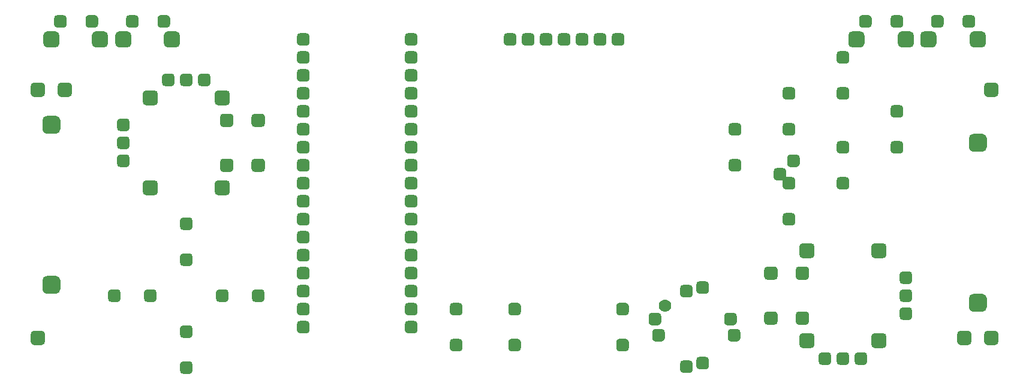
<source format=gbr>
%TF.GenerationSoftware,KiCad,Pcbnew,(5.1.9)-1*%
%TF.CreationDate,2021-08-06T18:06:19-04:00*%
%TF.ProjectId,MK2_1,4d4b325f-312e-46b6-9963-61645f706362,1*%
%TF.SameCoordinates,Original*%
%TF.FileFunction,Soldermask,Bot*%
%TF.FilePolarity,Negative*%
%FSLAX45Y45*%
G04 Gerber Fmt 4.5, Leading zero omitted, Abs format (unit mm)*
G04 Created by KiCad (PCBNEW (5.1.9)-1) date 2021-08-06 18:06:19*
%MOMM*%
%LPD*%
G01*
G04 APERTURE LIST*
%ADD10C,1.778000*%
G04 APERTURE END LIST*
%TO.C,G0*%
G36*
G01*
X17653000Y-4191000D02*
X17653000Y-4318000D01*
G75*
G02*
X17589500Y-4381500I-63500J0D01*
G01*
X17462500Y-4381500D01*
G75*
G02*
X17399000Y-4318000I0J63500D01*
G01*
X17399000Y-4191000D01*
G75*
G02*
X17462500Y-4127500I63500J0D01*
G01*
X17589500Y-4127500D01*
G75*
G02*
X17653000Y-4191000I0J-63500D01*
G01*
G37*
%TD*%
%TO.C,G0*%
G36*
G01*
X17653000Y-6451600D02*
X17653000Y-6578600D01*
G75*
G02*
X17589500Y-6642100I-63500J0D01*
G01*
X17462500Y-6642100D01*
G75*
G02*
X17399000Y-6578600I0J63500D01*
G01*
X17399000Y-6451600D01*
G75*
G02*
X17462500Y-6388100I63500J0D01*
G01*
X17589500Y-6388100D01*
G75*
G02*
X17653000Y-6451600I0J-63500D01*
G01*
G37*
%TD*%
%TO.C,P0*%
G36*
G01*
X17818100Y-3454400D02*
X17818100Y-3556000D01*
G75*
G02*
X17767300Y-3606800I-50800J0D01*
G01*
X17665700Y-3606800D01*
G75*
G02*
X17614900Y-3556000I0J50800D01*
G01*
X17614900Y-3454400D01*
G75*
G02*
X17665700Y-3403600I50800J0D01*
G01*
X17767300Y-3403600D01*
G75*
G02*
X17818100Y-3454400I0J-50800D01*
G01*
G37*
%TD*%
%TO.C,P0*%
G36*
G01*
X17437100Y-6959600D02*
X17437100Y-7061200D01*
G75*
G02*
X17386300Y-7112000I-50800J0D01*
G01*
X17284700Y-7112000D01*
G75*
G02*
X17233900Y-7061200I0J50800D01*
G01*
X17233900Y-6959600D01*
G75*
G02*
X17284700Y-6908800I50800J0D01*
G01*
X17386300Y-6908800D01*
G75*
G02*
X17437100Y-6959600I0J-50800D01*
G01*
G37*
%TD*%
%TO.C,P0*%
G36*
G01*
X17665700Y-6908800D02*
X17767300Y-6908800D01*
G75*
G02*
X17818100Y-6959600I0J-50800D01*
G01*
X17818100Y-7061200D01*
G75*
G02*
X17767300Y-7112000I-50800J0D01*
G01*
X17665700Y-7112000D01*
G75*
G02*
X17614900Y-7061200I0J50800D01*
G01*
X17614900Y-6959600D01*
G75*
G02*
X17665700Y-6908800I50800J0D01*
G01*
G37*
%TD*%
%TO.C,G0*%
G36*
G01*
X4318000Y-4064000D02*
X4318000Y-3937000D01*
G75*
G02*
X4381500Y-3873500I63500J0D01*
G01*
X4508500Y-3873500D01*
G75*
G02*
X4572000Y-3937000I0J-63500D01*
G01*
X4572000Y-4064000D01*
G75*
G02*
X4508500Y-4127500I-63500J0D01*
G01*
X4381500Y-4127500D01*
G75*
G02*
X4318000Y-4064000I0J63500D01*
G01*
G37*
%TD*%
%TO.C,G0*%
G36*
G01*
X4318000Y-6324600D02*
X4318000Y-6197600D01*
G75*
G02*
X4381500Y-6134100I63500J0D01*
G01*
X4508500Y-6134100D01*
G75*
G02*
X4572000Y-6197600I0J-63500D01*
G01*
X4572000Y-6324600D01*
G75*
G02*
X4508500Y-6388100I-63500J0D01*
G01*
X4381500Y-6388100D01*
G75*
G02*
X4318000Y-6324600I0J63500D01*
G01*
G37*
%TD*%
%TO.C,B0*%
G36*
G01*
X6261100Y-5949950D02*
X6261100Y-5861050D01*
G75*
G02*
X6305550Y-5816600I44450J0D01*
G01*
X6394450Y-5816600D01*
G75*
G02*
X6438900Y-5861050I0J-44450D01*
G01*
X6438900Y-5949950D01*
G75*
G02*
X6394450Y-5994400I-44450J0D01*
G01*
X6305550Y-5994400D01*
G75*
G02*
X6261100Y-5949950I0J44450D01*
G01*
G37*
G36*
G01*
X6261100Y-5441950D02*
X6261100Y-5353050D01*
G75*
G02*
X6305550Y-5308600I44450J0D01*
G01*
X6394450Y-5308600D01*
G75*
G02*
X6438900Y-5353050I0J-44450D01*
G01*
X6438900Y-5441950D01*
G75*
G02*
X6394450Y-5486400I-44450J0D01*
G01*
X6305550Y-5486400D01*
G75*
G02*
X6261100Y-5441950I0J44450D01*
G01*
G37*
%TD*%
%TO.C,P0*%
G36*
G01*
X14776450Y-4787900D02*
X14687550Y-4787900D01*
G75*
G02*
X14643100Y-4743450I0J44450D01*
G01*
X14643100Y-4654550D01*
G75*
G02*
X14687550Y-4610100I44450J0D01*
G01*
X14776450Y-4610100D01*
G75*
G02*
X14820900Y-4654550I0J-44450D01*
G01*
X14820900Y-4743450D01*
G75*
G02*
X14776450Y-4787900I-44450J0D01*
G01*
G37*
%TD*%
%TO.C,P0*%
G36*
G01*
X14966950Y-4597400D02*
X14878050Y-4597400D01*
G75*
G02*
X14833600Y-4552950I0J44450D01*
G01*
X14833600Y-4464050D01*
G75*
G02*
X14878050Y-4419600I44450J0D01*
G01*
X14966950Y-4419600D01*
G75*
G02*
X15011400Y-4464050I0J-44450D01*
G01*
X15011400Y-4552950D01*
G75*
G02*
X14966950Y-4597400I-44450J0D01*
G01*
G37*
%TD*%
%TO.C,B0*%
G36*
G01*
X12420600Y-6648450D02*
X12420600Y-6559550D01*
G75*
G02*
X12465050Y-6515100I44450J0D01*
G01*
X12553950Y-6515100D01*
G75*
G02*
X12598400Y-6559550I0J-44450D01*
G01*
X12598400Y-6648450D01*
G75*
G02*
X12553950Y-6692900I-44450J0D01*
G01*
X12465050Y-6692900D01*
G75*
G02*
X12420600Y-6648450I0J44450D01*
G01*
G37*
G36*
G01*
X12420600Y-7156450D02*
X12420600Y-7067550D01*
G75*
G02*
X12465050Y-7023100I44450J0D01*
G01*
X12553950Y-7023100D01*
G75*
G02*
X12598400Y-7067550I0J-44450D01*
G01*
X12598400Y-7156450D01*
G75*
G02*
X12553950Y-7200900I-44450J0D01*
G01*
X12465050Y-7200900D01*
G75*
G02*
X12420600Y-7156450I0J44450D01*
G01*
G37*
%TD*%
%TO.C,B0*%
G36*
G01*
X15532100Y-3092450D02*
X15532100Y-3003550D01*
G75*
G02*
X15576550Y-2959100I44450J0D01*
G01*
X15665450Y-2959100D01*
G75*
G02*
X15709900Y-3003550I0J-44450D01*
G01*
X15709900Y-3092450D01*
G75*
G02*
X15665450Y-3136900I-44450J0D01*
G01*
X15576550Y-3136900D01*
G75*
G02*
X15532100Y-3092450I0J44450D01*
G01*
G37*
G36*
G01*
X15532100Y-3600450D02*
X15532100Y-3511550D01*
G75*
G02*
X15576550Y-3467100I44450J0D01*
G01*
X15665450Y-3467100D01*
G75*
G02*
X15709900Y-3511550I0J-44450D01*
G01*
X15709900Y-3600450D01*
G75*
G02*
X15665450Y-3644900I-44450J0D01*
G01*
X15576550Y-3644900D01*
G75*
G02*
X15532100Y-3600450I0J44450D01*
G01*
G37*
%TD*%
%TO.C,B0*%
G36*
G01*
X16294100Y-3854450D02*
X16294100Y-3765550D01*
G75*
G02*
X16338550Y-3721100I44450J0D01*
G01*
X16427450Y-3721100D01*
G75*
G02*
X16471900Y-3765550I0J-44450D01*
G01*
X16471900Y-3854450D01*
G75*
G02*
X16427450Y-3898900I-44450J0D01*
G01*
X16338550Y-3898900D01*
G75*
G02*
X16294100Y-3854450I0J44450D01*
G01*
G37*
G36*
G01*
X16294100Y-4362450D02*
X16294100Y-4273550D01*
G75*
G02*
X16338550Y-4229100I44450J0D01*
G01*
X16427450Y-4229100D01*
G75*
G02*
X16471900Y-4273550I0J-44450D01*
G01*
X16471900Y-4362450D01*
G75*
G02*
X16427450Y-4406900I-44450J0D01*
G01*
X16338550Y-4406900D01*
G75*
G02*
X16294100Y-4362450I0J44450D01*
G01*
G37*
%TD*%
%TO.C,B0*%
G36*
G01*
X15532100Y-4362450D02*
X15532100Y-4273550D01*
G75*
G02*
X15576550Y-4229100I44450J0D01*
G01*
X15665450Y-4229100D01*
G75*
G02*
X15709900Y-4273550I0J-44450D01*
G01*
X15709900Y-4362450D01*
G75*
G02*
X15665450Y-4406900I-44450J0D01*
G01*
X15576550Y-4406900D01*
G75*
G02*
X15532100Y-4362450I0J44450D01*
G01*
G37*
G36*
G01*
X15532100Y-4870450D02*
X15532100Y-4781550D01*
G75*
G02*
X15576550Y-4737100I44450J0D01*
G01*
X15665450Y-4737100D01*
G75*
G02*
X15709900Y-4781550I0J-44450D01*
G01*
X15709900Y-4870450D01*
G75*
G02*
X15665450Y-4914900I-44450J0D01*
G01*
X15576550Y-4914900D01*
G75*
G02*
X15532100Y-4870450I0J44450D01*
G01*
G37*
%TD*%
%TO.C,B0*%
G36*
G01*
X14770100Y-4870450D02*
X14770100Y-4781550D01*
G75*
G02*
X14814550Y-4737100I44450J0D01*
G01*
X14903450Y-4737100D01*
G75*
G02*
X14947900Y-4781550I0J-44450D01*
G01*
X14947900Y-4870450D01*
G75*
G02*
X14903450Y-4914900I-44450J0D01*
G01*
X14814550Y-4914900D01*
G75*
G02*
X14770100Y-4870450I0J44450D01*
G01*
G37*
G36*
G01*
X14770100Y-5378450D02*
X14770100Y-5289550D01*
G75*
G02*
X14814550Y-5245100I44450J0D01*
G01*
X14903450Y-5245100D01*
G75*
G02*
X14947900Y-5289550I0J-44450D01*
G01*
X14947900Y-5378450D01*
G75*
G02*
X14903450Y-5422900I-44450J0D01*
G01*
X14814550Y-5422900D01*
G75*
G02*
X14770100Y-5378450I0J44450D01*
G01*
G37*
%TD*%
%TO.C,B0*%
G36*
G01*
X14770100Y-3600450D02*
X14770100Y-3511550D01*
G75*
G02*
X14814550Y-3467100I44450J0D01*
G01*
X14903450Y-3467100D01*
G75*
G02*
X14947900Y-3511550I0J-44450D01*
G01*
X14947900Y-3600450D01*
G75*
G02*
X14903450Y-3644900I-44450J0D01*
G01*
X14814550Y-3644900D01*
G75*
G02*
X14770100Y-3600450I0J44450D01*
G01*
G37*
G36*
G01*
X14770100Y-4108450D02*
X14770100Y-4019550D01*
G75*
G02*
X14814550Y-3975100I44450J0D01*
G01*
X14903450Y-3975100D01*
G75*
G02*
X14947900Y-4019550I0J-44450D01*
G01*
X14947900Y-4108450D01*
G75*
G02*
X14903450Y-4152900I-44450J0D01*
G01*
X14814550Y-4152900D01*
G75*
G02*
X14770100Y-4108450I0J44450D01*
G01*
G37*
%TD*%
%TO.C,B0*%
G36*
G01*
X14008100Y-4108450D02*
X14008100Y-4019550D01*
G75*
G02*
X14052550Y-3975100I44450J0D01*
G01*
X14141450Y-3975100D01*
G75*
G02*
X14185900Y-4019550I0J-44450D01*
G01*
X14185900Y-4108450D01*
G75*
G02*
X14141450Y-4152900I-44450J0D01*
G01*
X14052550Y-4152900D01*
G75*
G02*
X14008100Y-4108450I0J44450D01*
G01*
G37*
G36*
G01*
X14008100Y-4616450D02*
X14008100Y-4527550D01*
G75*
G02*
X14052550Y-4483100I44450J0D01*
G01*
X14141450Y-4483100D01*
G75*
G02*
X14185900Y-4527550I0J-44450D01*
G01*
X14185900Y-4616450D01*
G75*
G02*
X14141450Y-4660900I-44450J0D01*
G01*
X14052550Y-4660900D01*
G75*
G02*
X14008100Y-4616450I0J44450D01*
G01*
G37*
%TD*%
%TO.C,B0*%
G36*
G01*
X10896600Y-6648450D02*
X10896600Y-6559550D01*
G75*
G02*
X10941050Y-6515100I44450J0D01*
G01*
X11029950Y-6515100D01*
G75*
G02*
X11074400Y-6559550I0J-44450D01*
G01*
X11074400Y-6648450D01*
G75*
G02*
X11029950Y-6692900I-44450J0D01*
G01*
X10941050Y-6692900D01*
G75*
G02*
X10896600Y-6648450I0J44450D01*
G01*
G37*
G36*
G01*
X10896600Y-7156450D02*
X10896600Y-7067550D01*
G75*
G02*
X10941050Y-7023100I44450J0D01*
G01*
X11029950Y-7023100D01*
G75*
G02*
X11074400Y-7067550I0J-44450D01*
G01*
X11074400Y-7156450D01*
G75*
G02*
X11029950Y-7200900I-44450J0D01*
G01*
X10941050Y-7200900D01*
G75*
G02*
X10896600Y-7156450I0J44450D01*
G01*
G37*
%TD*%
%TO.C,B0*%
G36*
G01*
X10071100Y-6648450D02*
X10071100Y-6559550D01*
G75*
G02*
X10115550Y-6515100I44450J0D01*
G01*
X10204450Y-6515100D01*
G75*
G02*
X10248900Y-6559550I0J-44450D01*
G01*
X10248900Y-6648450D01*
G75*
G02*
X10204450Y-6692900I-44450J0D01*
G01*
X10115550Y-6692900D01*
G75*
G02*
X10071100Y-6648450I0J44450D01*
G01*
G37*
G36*
G01*
X10071100Y-7156450D02*
X10071100Y-7067550D01*
G75*
G02*
X10115550Y-7023100I44450J0D01*
G01*
X10204450Y-7023100D01*
G75*
G02*
X10248900Y-7067550I0J-44450D01*
G01*
X10248900Y-7156450D01*
G75*
G02*
X10204450Y-7200900I-44450J0D01*
G01*
X10115550Y-7200900D01*
G75*
G02*
X10071100Y-7156450I0J44450D01*
G01*
G37*
%TD*%
%TO.C,B0*%
G36*
G01*
X6438900Y-7385050D02*
X6438900Y-7473950D01*
G75*
G02*
X6394450Y-7518400I-44450J0D01*
G01*
X6305550Y-7518400D01*
G75*
G02*
X6261100Y-7473950I0J44450D01*
G01*
X6261100Y-7385050D01*
G75*
G02*
X6305550Y-7340600I44450J0D01*
G01*
X6394450Y-7340600D01*
G75*
G02*
X6438900Y-7385050I0J-44450D01*
G01*
G37*
G36*
G01*
X6438900Y-6877050D02*
X6438900Y-6965950D01*
G75*
G02*
X6394450Y-7010400I-44450J0D01*
G01*
X6305550Y-7010400D01*
G75*
G02*
X6261100Y-6965950I0J44450D01*
G01*
X6261100Y-6877050D01*
G75*
G02*
X6305550Y-6832600I44450J0D01*
G01*
X6394450Y-6832600D01*
G75*
G02*
X6438900Y-6877050I0J-44450D01*
G01*
G37*
%TD*%
%TO.C,B0*%
G36*
G01*
X7321550Y-6324600D02*
X7410450Y-6324600D01*
G75*
G02*
X7454900Y-6369050I0J-44450D01*
G01*
X7454900Y-6457950D01*
G75*
G02*
X7410450Y-6502400I-44450J0D01*
G01*
X7321550Y-6502400D01*
G75*
G02*
X7277100Y-6457950I0J44450D01*
G01*
X7277100Y-6369050D01*
G75*
G02*
X7321550Y-6324600I44450J0D01*
G01*
G37*
G36*
G01*
X6813550Y-6324600D02*
X6902450Y-6324600D01*
G75*
G02*
X6946900Y-6369050I0J-44450D01*
G01*
X6946900Y-6457950D01*
G75*
G02*
X6902450Y-6502400I-44450J0D01*
G01*
X6813550Y-6502400D01*
G75*
G02*
X6769100Y-6457950I0J44450D01*
G01*
X6769100Y-6369050D01*
G75*
G02*
X6813550Y-6324600I44450J0D01*
G01*
G37*
%TD*%
%TO.C,B0*%
G36*
G01*
X5378450Y-6502400D02*
X5289550Y-6502400D01*
G75*
G02*
X5245100Y-6457950I0J44450D01*
G01*
X5245100Y-6369050D01*
G75*
G02*
X5289550Y-6324600I44450J0D01*
G01*
X5378450Y-6324600D01*
G75*
G02*
X5422900Y-6369050I0J-44450D01*
G01*
X5422900Y-6457950D01*
G75*
G02*
X5378450Y-6502400I-44450J0D01*
G01*
G37*
G36*
G01*
X5886450Y-6502400D02*
X5797550Y-6502400D01*
G75*
G02*
X5753100Y-6457950I0J44450D01*
G01*
X5753100Y-6369050D01*
G75*
G02*
X5797550Y-6324600I44450J0D01*
G01*
X5886450Y-6324600D01*
G75*
G02*
X5930900Y-6369050I0J-44450D01*
G01*
X5930900Y-6457950D01*
G75*
G02*
X5886450Y-6502400I-44450J0D01*
G01*
G37*
%TD*%
%TO.C,P0*%
G36*
G01*
X13455650Y-7505700D02*
X13366750Y-7505700D01*
G75*
G02*
X13322300Y-7461250I0J44450D01*
G01*
X13322300Y-7372350D01*
G75*
G02*
X13366750Y-7327900I44450J0D01*
G01*
X13455650Y-7327900D01*
G75*
G02*
X13500100Y-7372350I0J-44450D01*
G01*
X13500100Y-7461250D01*
G75*
G02*
X13455650Y-7505700I-44450J0D01*
G01*
G37*
%TD*%
%TO.C,P0*%
G36*
G01*
X13684250Y-7454900D02*
X13595350Y-7454900D01*
G75*
G02*
X13550900Y-7410450I0J44450D01*
G01*
X13550900Y-7321550D01*
G75*
G02*
X13595350Y-7277100I44450J0D01*
G01*
X13684250Y-7277100D01*
G75*
G02*
X13728700Y-7321550I0J-44450D01*
G01*
X13728700Y-7410450D01*
G75*
G02*
X13684250Y-7454900I-44450J0D01*
G01*
G37*
%TD*%
%TO.C,P0*%
G36*
G01*
X14128750Y-7061200D02*
X14039850Y-7061200D01*
G75*
G02*
X13995400Y-7016750I0J44450D01*
G01*
X13995400Y-6927850D01*
G75*
G02*
X14039850Y-6883400I44450J0D01*
G01*
X14128750Y-6883400D01*
G75*
G02*
X14173200Y-6927850I0J-44450D01*
G01*
X14173200Y-7016750D01*
G75*
G02*
X14128750Y-7061200I-44450J0D01*
G01*
G37*
%TD*%
%TO.C,P0*%
G36*
G01*
X14077950Y-6832600D02*
X13989050Y-6832600D01*
G75*
G02*
X13944600Y-6788150I0J44450D01*
G01*
X13944600Y-6699250D01*
G75*
G02*
X13989050Y-6654800I44450J0D01*
G01*
X14077950Y-6654800D01*
G75*
G02*
X14122400Y-6699250I0J-44450D01*
G01*
X14122400Y-6788150D01*
G75*
G02*
X14077950Y-6832600I-44450J0D01*
G01*
G37*
%TD*%
%TO.C,P0*%
G36*
G01*
X13684250Y-6388100D02*
X13595350Y-6388100D01*
G75*
G02*
X13550900Y-6343650I0J44450D01*
G01*
X13550900Y-6254750D01*
G75*
G02*
X13595350Y-6210300I44450J0D01*
G01*
X13684250Y-6210300D01*
G75*
G02*
X13728700Y-6254750I0J-44450D01*
G01*
X13728700Y-6343650D01*
G75*
G02*
X13684250Y-6388100I-44450J0D01*
G01*
G37*
%TD*%
%TO.C,P0*%
G36*
G01*
X13455650Y-6438900D02*
X13366750Y-6438900D01*
G75*
G02*
X13322300Y-6394450I0J44450D01*
G01*
X13322300Y-6305550D01*
G75*
G02*
X13366750Y-6261100I44450J0D01*
G01*
X13455650Y-6261100D01*
G75*
G02*
X13500100Y-6305550I0J-44450D01*
G01*
X13500100Y-6394450D01*
G75*
G02*
X13455650Y-6438900I-44450J0D01*
G01*
G37*
%TD*%
D10*
%TO.C,P0*%
X13106400Y-6553200D03*
%TD*%
%TO.C,P0*%
G36*
G01*
X13011150Y-6832600D02*
X12922250Y-6832600D01*
G75*
G02*
X12877800Y-6788150I0J44450D01*
G01*
X12877800Y-6699250D01*
G75*
G02*
X12922250Y-6654800I44450J0D01*
G01*
X13011150Y-6654800D01*
G75*
G02*
X13055600Y-6699250I0J-44450D01*
G01*
X13055600Y-6788150D01*
G75*
G02*
X13011150Y-6832600I-44450J0D01*
G01*
G37*
%TD*%
%TO.C,P0*%
G36*
G01*
X13061950Y-7061200D02*
X12973050Y-7061200D01*
G75*
G02*
X12928600Y-7016750I0J44450D01*
G01*
X12928600Y-6927850D01*
G75*
G02*
X12973050Y-6883400I44450J0D01*
G01*
X13061950Y-6883400D01*
G75*
G02*
X13106400Y-6927850I0J-44450D01*
G01*
X13106400Y-7016750D01*
G75*
G02*
X13061950Y-7061200I-44450J0D01*
G01*
G37*
%TD*%
%TO.C,P0*%
G36*
G01*
X14509750Y-6143625D02*
X14509750Y-6048375D01*
G75*
G02*
X14557375Y-6000750I47625J0D01*
G01*
X14652625Y-6000750D01*
G75*
G02*
X14700250Y-6048375I0J-47625D01*
G01*
X14700250Y-6143625D01*
G75*
G02*
X14652625Y-6191250I-47625J0D01*
G01*
X14557375Y-6191250D01*
G75*
G02*
X14509750Y-6143625I0J47625D01*
G01*
G37*
%TD*%
%TO.C,P0*%
G36*
G01*
X14509750Y-6778625D02*
X14509750Y-6683375D01*
G75*
G02*
X14557375Y-6635750I47625J0D01*
G01*
X14652625Y-6635750D01*
G75*
G02*
X14700250Y-6683375I0J-47625D01*
G01*
X14700250Y-6778625D01*
G75*
G02*
X14652625Y-6826250I-47625J0D01*
G01*
X14557375Y-6826250D01*
G75*
G02*
X14509750Y-6778625I0J47625D01*
G01*
G37*
%TD*%
%TO.C,P0*%
G36*
G01*
X14954250Y-6778625D02*
X14954250Y-6683375D01*
G75*
G02*
X15001875Y-6635750I47625J0D01*
G01*
X15097125Y-6635750D01*
G75*
G02*
X15144750Y-6683375I0J-47625D01*
G01*
X15144750Y-6778625D01*
G75*
G02*
X15097125Y-6826250I-47625J0D01*
G01*
X15001875Y-6826250D01*
G75*
G02*
X14954250Y-6778625I0J47625D01*
G01*
G37*
%TD*%
%TO.C,P0*%
G36*
G01*
X14954250Y-6143625D02*
X14954250Y-6048375D01*
G75*
G02*
X15001875Y-6000750I47625J0D01*
G01*
X15097125Y-6000750D01*
G75*
G02*
X15144750Y-6048375I0J-47625D01*
G01*
X15144750Y-6143625D01*
G75*
G02*
X15097125Y-6191250I-47625J0D01*
G01*
X15001875Y-6191250D01*
G75*
G02*
X14954250Y-6143625I0J47625D01*
G01*
G37*
%TD*%
%TO.C,P0*%
G36*
G01*
X6826250Y-3984625D02*
X6826250Y-3889375D01*
G75*
G02*
X6873875Y-3841750I47625J0D01*
G01*
X6969125Y-3841750D01*
G75*
G02*
X7016750Y-3889375I0J-47625D01*
G01*
X7016750Y-3984625D01*
G75*
G02*
X6969125Y-4032250I-47625J0D01*
G01*
X6873875Y-4032250D01*
G75*
G02*
X6826250Y-3984625I0J47625D01*
G01*
G37*
%TD*%
%TO.C,P0*%
G36*
G01*
X6826250Y-4619625D02*
X6826250Y-4524375D01*
G75*
G02*
X6873875Y-4476750I47625J0D01*
G01*
X6969125Y-4476750D01*
G75*
G02*
X7016750Y-4524375I0J-47625D01*
G01*
X7016750Y-4619625D01*
G75*
G02*
X6969125Y-4667250I-47625J0D01*
G01*
X6873875Y-4667250D01*
G75*
G02*
X6826250Y-4619625I0J47625D01*
G01*
G37*
%TD*%
%TO.C,P0*%
G36*
G01*
X7270750Y-4619625D02*
X7270750Y-4524375D01*
G75*
G02*
X7318375Y-4476750I47625J0D01*
G01*
X7413625Y-4476750D01*
G75*
G02*
X7461250Y-4524375I0J-47625D01*
G01*
X7461250Y-4619625D01*
G75*
G02*
X7413625Y-4667250I-47625J0D01*
G01*
X7318375Y-4667250D01*
G75*
G02*
X7270750Y-4619625I0J47625D01*
G01*
G37*
%TD*%
%TO.C,P0*%
G36*
G01*
X7270750Y-3984625D02*
X7270750Y-3889375D01*
G75*
G02*
X7318375Y-3841750I47625J0D01*
G01*
X7413625Y-3841750D01*
G75*
G02*
X7461250Y-3889375I0J-47625D01*
G01*
X7461250Y-3984625D01*
G75*
G02*
X7413625Y-4032250I-47625J0D01*
G01*
X7318375Y-4032250D01*
G75*
G02*
X7270750Y-3984625I0J47625D01*
G01*
G37*
%TD*%
%TO.C,P0*%
G36*
G01*
X12490450Y-2882900D02*
X12401550Y-2882900D01*
G75*
G02*
X12357100Y-2838450I0J44450D01*
G01*
X12357100Y-2749550D01*
G75*
G02*
X12401550Y-2705100I44450J0D01*
G01*
X12490450Y-2705100D01*
G75*
G02*
X12534900Y-2749550I0J-44450D01*
G01*
X12534900Y-2838450D01*
G75*
G02*
X12490450Y-2882900I-44450J0D01*
G01*
G37*
%TD*%
%TO.C,P0*%
G36*
G01*
X12236450Y-2882900D02*
X12147550Y-2882900D01*
G75*
G02*
X12103100Y-2838450I0J44450D01*
G01*
X12103100Y-2749550D01*
G75*
G02*
X12147550Y-2705100I44450J0D01*
G01*
X12236450Y-2705100D01*
G75*
G02*
X12280900Y-2749550I0J-44450D01*
G01*
X12280900Y-2838450D01*
G75*
G02*
X12236450Y-2882900I-44450J0D01*
G01*
G37*
%TD*%
%TO.C,P0*%
G36*
G01*
X11982450Y-2882900D02*
X11893550Y-2882900D01*
G75*
G02*
X11849100Y-2838450I0J44450D01*
G01*
X11849100Y-2749550D01*
G75*
G02*
X11893550Y-2705100I44450J0D01*
G01*
X11982450Y-2705100D01*
G75*
G02*
X12026900Y-2749550I0J-44450D01*
G01*
X12026900Y-2838450D01*
G75*
G02*
X11982450Y-2882900I-44450J0D01*
G01*
G37*
%TD*%
%TO.C,P0*%
G36*
G01*
X11728450Y-2882900D02*
X11639550Y-2882900D01*
G75*
G02*
X11595100Y-2838450I0J44450D01*
G01*
X11595100Y-2749550D01*
G75*
G02*
X11639550Y-2705100I44450J0D01*
G01*
X11728450Y-2705100D01*
G75*
G02*
X11772900Y-2749550I0J-44450D01*
G01*
X11772900Y-2838450D01*
G75*
G02*
X11728450Y-2882900I-44450J0D01*
G01*
G37*
%TD*%
%TO.C,P0*%
G36*
G01*
X11474450Y-2882900D02*
X11385550Y-2882900D01*
G75*
G02*
X11341100Y-2838450I0J44450D01*
G01*
X11341100Y-2749550D01*
G75*
G02*
X11385550Y-2705100I44450J0D01*
G01*
X11474450Y-2705100D01*
G75*
G02*
X11518900Y-2749550I0J-44450D01*
G01*
X11518900Y-2838450D01*
G75*
G02*
X11474450Y-2882900I-44450J0D01*
G01*
G37*
%TD*%
%TO.C,P0*%
G36*
G01*
X11220450Y-2882900D02*
X11131550Y-2882900D01*
G75*
G02*
X11087100Y-2838450I0J44450D01*
G01*
X11087100Y-2749550D01*
G75*
G02*
X11131550Y-2705100I44450J0D01*
G01*
X11220450Y-2705100D01*
G75*
G02*
X11264900Y-2749550I0J-44450D01*
G01*
X11264900Y-2838450D01*
G75*
G02*
X11220450Y-2882900I-44450J0D01*
G01*
G37*
%TD*%
%TO.C,P0*%
G36*
G01*
X10966450Y-2882900D02*
X10877550Y-2882900D01*
G75*
G02*
X10833100Y-2838450I0J44450D01*
G01*
X10833100Y-2749550D01*
G75*
G02*
X10877550Y-2705100I44450J0D01*
G01*
X10966450Y-2705100D01*
G75*
G02*
X11010900Y-2749550I0J-44450D01*
G01*
X11010900Y-2838450D01*
G75*
G02*
X10966450Y-2882900I-44450J0D01*
G01*
G37*
%TD*%
%TO.C,P0*%
G36*
G01*
X4616450Y-2628900D02*
X4527550Y-2628900D01*
G75*
G02*
X4483100Y-2584450I0J44450D01*
G01*
X4483100Y-2495550D01*
G75*
G02*
X4527550Y-2451100I44450J0D01*
G01*
X4616450Y-2451100D01*
G75*
G02*
X4660900Y-2495550I0J-44450D01*
G01*
X4660900Y-2584450D01*
G75*
G02*
X4616450Y-2628900I-44450J0D01*
G01*
G37*
%TD*%
%TO.C,P0*%
G36*
G01*
X5060950Y-2628900D02*
X4972050Y-2628900D01*
G75*
G02*
X4927600Y-2584450I0J44450D01*
G01*
X4927600Y-2495550D01*
G75*
G02*
X4972050Y-2451100I44450J0D01*
G01*
X5060950Y-2451100D01*
G75*
G02*
X5105400Y-2495550I0J-44450D01*
G01*
X5105400Y-2584450D01*
G75*
G02*
X5060950Y-2628900I-44450J0D01*
G01*
G37*
%TD*%
%TO.C,P0*%
G36*
G01*
X5632450Y-2628900D02*
X5543550Y-2628900D01*
G75*
G02*
X5499100Y-2584450I0J44450D01*
G01*
X5499100Y-2495550D01*
G75*
G02*
X5543550Y-2451100I44450J0D01*
G01*
X5632450Y-2451100D01*
G75*
G02*
X5676900Y-2495550I0J-44450D01*
G01*
X5676900Y-2584450D01*
G75*
G02*
X5632450Y-2628900I-44450J0D01*
G01*
G37*
%TD*%
%TO.C,P0*%
G36*
G01*
X6076950Y-2628900D02*
X5988050Y-2628900D01*
G75*
G02*
X5943600Y-2584450I0J44450D01*
G01*
X5943600Y-2495550D01*
G75*
G02*
X5988050Y-2451100I44450J0D01*
G01*
X6076950Y-2451100D01*
G75*
G02*
X6121400Y-2495550I0J-44450D01*
G01*
X6121400Y-2584450D01*
G75*
G02*
X6076950Y-2628900I-44450J0D01*
G01*
G37*
%TD*%
%TO.C,P0*%
G36*
G01*
X17443450Y-2628900D02*
X17354550Y-2628900D01*
G75*
G02*
X17310100Y-2584450I0J44450D01*
G01*
X17310100Y-2495550D01*
G75*
G02*
X17354550Y-2451100I44450J0D01*
G01*
X17443450Y-2451100D01*
G75*
G02*
X17487900Y-2495550I0J-44450D01*
G01*
X17487900Y-2584450D01*
G75*
G02*
X17443450Y-2628900I-44450J0D01*
G01*
G37*
%TD*%
%TO.C,P0*%
G36*
G01*
X16998950Y-2628900D02*
X16910050Y-2628900D01*
G75*
G02*
X16865600Y-2584450I0J44450D01*
G01*
X16865600Y-2495550D01*
G75*
G02*
X16910050Y-2451100I44450J0D01*
G01*
X16998950Y-2451100D01*
G75*
G02*
X17043400Y-2495550I0J-44450D01*
G01*
X17043400Y-2584450D01*
G75*
G02*
X16998950Y-2628900I-44450J0D01*
G01*
G37*
%TD*%
%TO.C,P0*%
G36*
G01*
X16427450Y-2628900D02*
X16338550Y-2628900D01*
G75*
G02*
X16294100Y-2584450I0J44450D01*
G01*
X16294100Y-2495550D01*
G75*
G02*
X16338550Y-2451100I44450J0D01*
G01*
X16427450Y-2451100D01*
G75*
G02*
X16471900Y-2495550I0J-44450D01*
G01*
X16471900Y-2584450D01*
G75*
G02*
X16427450Y-2628900I-44450J0D01*
G01*
G37*
%TD*%
%TO.C,P0*%
G36*
G01*
X15982950Y-2628900D02*
X15894050Y-2628900D01*
G75*
G02*
X15849600Y-2584450I0J44450D01*
G01*
X15849600Y-2495550D01*
G75*
G02*
X15894050Y-2451100I44450J0D01*
G01*
X15982950Y-2451100D01*
G75*
G02*
X16027400Y-2495550I0J-44450D01*
G01*
X16027400Y-2584450D01*
G75*
G02*
X15982950Y-2628900I-44450J0D01*
G01*
G37*
%TD*%
%TO.C,P0*%
G36*
G01*
X15411450Y-7391400D02*
X15322550Y-7391400D01*
G75*
G02*
X15278100Y-7346950I0J44450D01*
G01*
X15278100Y-7258050D01*
G75*
G02*
X15322550Y-7213600I44450J0D01*
G01*
X15411450Y-7213600D01*
G75*
G02*
X15455900Y-7258050I0J-44450D01*
G01*
X15455900Y-7346950D01*
G75*
G02*
X15411450Y-7391400I-44450J0D01*
G01*
G37*
%TD*%
%TO.C,P0*%
G36*
G01*
X15665450Y-7391400D02*
X15576550Y-7391400D01*
G75*
G02*
X15532100Y-7346950I0J44450D01*
G01*
X15532100Y-7258050D01*
G75*
G02*
X15576550Y-7213600I44450J0D01*
G01*
X15665450Y-7213600D01*
G75*
G02*
X15709900Y-7258050I0J-44450D01*
G01*
X15709900Y-7346950D01*
G75*
G02*
X15665450Y-7391400I-44450J0D01*
G01*
G37*
%TD*%
%TO.C,P0*%
G36*
G01*
X15919450Y-7391400D02*
X15830550Y-7391400D01*
G75*
G02*
X15786100Y-7346950I0J44450D01*
G01*
X15786100Y-7258050D01*
G75*
G02*
X15830550Y-7213600I44450J0D01*
G01*
X15919450Y-7213600D01*
G75*
G02*
X15963900Y-7258050I0J-44450D01*
G01*
X15963900Y-7346950D01*
G75*
G02*
X15919450Y-7391400I-44450J0D01*
G01*
G37*
%TD*%
%TO.C,P0*%
G36*
G01*
X16554450Y-6756400D02*
X16465550Y-6756400D01*
G75*
G02*
X16421100Y-6711950I0J44450D01*
G01*
X16421100Y-6623050D01*
G75*
G02*
X16465550Y-6578600I44450J0D01*
G01*
X16554450Y-6578600D01*
G75*
G02*
X16598900Y-6623050I0J-44450D01*
G01*
X16598900Y-6711950D01*
G75*
G02*
X16554450Y-6756400I-44450J0D01*
G01*
G37*
%TD*%
%TO.C,P0*%
G36*
G01*
X16554450Y-6502400D02*
X16465550Y-6502400D01*
G75*
G02*
X16421100Y-6457950I0J44450D01*
G01*
X16421100Y-6369050D01*
G75*
G02*
X16465550Y-6324600I44450J0D01*
G01*
X16554450Y-6324600D01*
G75*
G02*
X16598900Y-6369050I0J-44450D01*
G01*
X16598900Y-6457950D01*
G75*
G02*
X16554450Y-6502400I-44450J0D01*
G01*
G37*
%TD*%
%TO.C,P0*%
G36*
G01*
X16554450Y-6248400D02*
X16465550Y-6248400D01*
G75*
G02*
X16421100Y-6203950I0J44450D01*
G01*
X16421100Y-6115050D01*
G75*
G02*
X16465550Y-6070600I44450J0D01*
G01*
X16554450Y-6070600D01*
G75*
G02*
X16598900Y-6115050I0J-44450D01*
G01*
X16598900Y-6203950D01*
G75*
G02*
X16554450Y-6248400I-44450J0D01*
G01*
G37*
%TD*%
%TO.C,P0*%
G36*
G01*
X6648450Y-3454400D02*
X6559550Y-3454400D01*
G75*
G02*
X6515100Y-3409950I0J44450D01*
G01*
X6515100Y-3321050D01*
G75*
G02*
X6559550Y-3276600I44450J0D01*
G01*
X6648450Y-3276600D01*
G75*
G02*
X6692900Y-3321050I0J-44450D01*
G01*
X6692900Y-3409950D01*
G75*
G02*
X6648450Y-3454400I-44450J0D01*
G01*
G37*
%TD*%
%TO.C,P0*%
G36*
G01*
X6394450Y-3454400D02*
X6305550Y-3454400D01*
G75*
G02*
X6261100Y-3409950I0J44450D01*
G01*
X6261100Y-3321050D01*
G75*
G02*
X6305550Y-3276600I44450J0D01*
G01*
X6394450Y-3276600D01*
G75*
G02*
X6438900Y-3321050I0J-44450D01*
G01*
X6438900Y-3409950D01*
G75*
G02*
X6394450Y-3454400I-44450J0D01*
G01*
G37*
%TD*%
%TO.C,P0*%
G36*
G01*
X6140450Y-3454400D02*
X6051550Y-3454400D01*
G75*
G02*
X6007100Y-3409950I0J44450D01*
G01*
X6007100Y-3321050D01*
G75*
G02*
X6051550Y-3276600I44450J0D01*
G01*
X6140450Y-3276600D01*
G75*
G02*
X6184900Y-3321050I0J-44450D01*
G01*
X6184900Y-3409950D01*
G75*
G02*
X6140450Y-3454400I-44450J0D01*
G01*
G37*
%TD*%
%TO.C,P0*%
G36*
G01*
X5505450Y-4597400D02*
X5416550Y-4597400D01*
G75*
G02*
X5372100Y-4552950I0J44450D01*
G01*
X5372100Y-4464050D01*
G75*
G02*
X5416550Y-4419600I44450J0D01*
G01*
X5505450Y-4419600D01*
G75*
G02*
X5549900Y-4464050I0J-44450D01*
G01*
X5549900Y-4552950D01*
G75*
G02*
X5505450Y-4597400I-44450J0D01*
G01*
G37*
%TD*%
%TO.C,P0*%
G36*
G01*
X5505450Y-4343400D02*
X5416550Y-4343400D01*
G75*
G02*
X5372100Y-4298950I0J44450D01*
G01*
X5372100Y-4210050D01*
G75*
G02*
X5416550Y-4165600I44450J0D01*
G01*
X5505450Y-4165600D01*
G75*
G02*
X5549900Y-4210050I0J-44450D01*
G01*
X5549900Y-4298950D01*
G75*
G02*
X5505450Y-4343400I-44450J0D01*
G01*
G37*
%TD*%
%TO.C,P0*%
G36*
G01*
X5505450Y-4089400D02*
X5416550Y-4089400D01*
G75*
G02*
X5372100Y-4044950I0J44450D01*
G01*
X5372100Y-3956050D01*
G75*
G02*
X5416550Y-3911600I44450J0D01*
G01*
X5505450Y-3911600D01*
G75*
G02*
X5549900Y-3956050I0J-44450D01*
G01*
X5549900Y-4044950D01*
G75*
G02*
X5505450Y-4089400I-44450J0D01*
G01*
G37*
%TD*%
%TO.C,G0*%
G36*
G01*
X6750050Y-4943475D02*
X6750050Y-4835525D01*
G75*
G02*
X6804025Y-4781550I53975J0D01*
G01*
X6911975Y-4781550D01*
G75*
G02*
X6965950Y-4835525I0J-53975D01*
G01*
X6965950Y-4943475D01*
G75*
G02*
X6911975Y-4997450I-53975J0D01*
G01*
X6804025Y-4997450D01*
G75*
G02*
X6750050Y-4943475I0J53975D01*
G01*
G37*
%TD*%
%TO.C,G0*%
G36*
G01*
X5734050Y-4943475D02*
X5734050Y-4835525D01*
G75*
G02*
X5788025Y-4781550I53975J0D01*
G01*
X5895975Y-4781550D01*
G75*
G02*
X5949950Y-4835525I0J-53975D01*
G01*
X5949950Y-4943475D01*
G75*
G02*
X5895975Y-4997450I-53975J0D01*
G01*
X5788025Y-4997450D01*
G75*
G02*
X5734050Y-4943475I0J53975D01*
G01*
G37*
%TD*%
%TO.C,G0*%
G36*
G01*
X5734050Y-3673475D02*
X5734050Y-3565525D01*
G75*
G02*
X5788025Y-3511550I53975J0D01*
G01*
X5895975Y-3511550D01*
G75*
G02*
X5949950Y-3565525I0J-53975D01*
G01*
X5949950Y-3673475D01*
G75*
G02*
X5895975Y-3727450I-53975J0D01*
G01*
X5788025Y-3727450D01*
G75*
G02*
X5734050Y-3673475I0J53975D01*
G01*
G37*
%TD*%
%TO.C,G0*%
G36*
G01*
X6750050Y-3673475D02*
X6750050Y-3565525D01*
G75*
G02*
X6804025Y-3511550I53975J0D01*
G01*
X6911975Y-3511550D01*
G75*
G02*
X6965950Y-3565525I0J-53975D01*
G01*
X6965950Y-3673475D01*
G75*
G02*
X6911975Y-3727450I-53975J0D01*
G01*
X6804025Y-3727450D01*
G75*
G02*
X6750050Y-3673475I0J53975D01*
G01*
G37*
%TD*%
%TO.C,G0*%
G36*
G01*
X15005050Y-7102475D02*
X15005050Y-6994525D01*
G75*
G02*
X15059025Y-6940550I53975J0D01*
G01*
X15166975Y-6940550D01*
G75*
G02*
X15220950Y-6994525I0J-53975D01*
G01*
X15220950Y-7102475D01*
G75*
G02*
X15166975Y-7156450I-53975J0D01*
G01*
X15059025Y-7156450D01*
G75*
G02*
X15005050Y-7102475I0J53975D01*
G01*
G37*
%TD*%
%TO.C,G0*%
G36*
G01*
X16021050Y-7102475D02*
X16021050Y-6994525D01*
G75*
G02*
X16075025Y-6940550I53975J0D01*
G01*
X16182975Y-6940550D01*
G75*
G02*
X16236950Y-6994525I0J-53975D01*
G01*
X16236950Y-7102475D01*
G75*
G02*
X16182975Y-7156450I-53975J0D01*
G01*
X16075025Y-7156450D01*
G75*
G02*
X16021050Y-7102475I0J53975D01*
G01*
G37*
%TD*%
%TO.C,G0*%
G36*
G01*
X16021050Y-5832475D02*
X16021050Y-5724525D01*
G75*
G02*
X16075025Y-5670550I53975J0D01*
G01*
X16182975Y-5670550D01*
G75*
G02*
X16236950Y-5724525I0J-53975D01*
G01*
X16236950Y-5832475D01*
G75*
G02*
X16182975Y-5886450I-53975J0D01*
G01*
X16075025Y-5886450D01*
G75*
G02*
X16021050Y-5832475I0J53975D01*
G01*
G37*
%TD*%
%TO.C,G0*%
G36*
G01*
X15005050Y-5832475D02*
X15005050Y-5724525D01*
G75*
G02*
X15059025Y-5670550I53975J0D01*
G01*
X15166975Y-5670550D01*
G75*
G02*
X15220950Y-5724525I0J-53975D01*
G01*
X15220950Y-5832475D01*
G75*
G02*
X15166975Y-5886450I-53975J0D01*
G01*
X15059025Y-5886450D01*
G75*
G02*
X15005050Y-5832475I0J53975D01*
G01*
G37*
%TD*%
%TO.C,P0*%
G36*
G01*
X4533900Y-3556000D02*
X4533900Y-3454400D01*
G75*
G02*
X4584700Y-3403600I50800J0D01*
G01*
X4686300Y-3403600D01*
G75*
G02*
X4737100Y-3454400I0J-50800D01*
G01*
X4737100Y-3556000D01*
G75*
G02*
X4686300Y-3606800I-50800J0D01*
G01*
X4584700Y-3606800D01*
G75*
G02*
X4533900Y-3556000I0J50800D01*
G01*
G37*
%TD*%
%TO.C,P0*%
G36*
G01*
X4152900Y-7061200D02*
X4152900Y-6959600D01*
G75*
G02*
X4203700Y-6908800I50800J0D01*
G01*
X4305300Y-6908800D01*
G75*
G02*
X4356100Y-6959600I0J-50800D01*
G01*
X4356100Y-7061200D01*
G75*
G02*
X4305300Y-7112000I-50800J0D01*
G01*
X4203700Y-7112000D01*
G75*
G02*
X4152900Y-7061200I0J50800D01*
G01*
G37*
%TD*%
%TO.C,P0*%
G36*
G01*
X4305300Y-3606800D02*
X4203700Y-3606800D01*
G75*
G02*
X4152900Y-3556000I0J50800D01*
G01*
X4152900Y-3454400D01*
G75*
G02*
X4203700Y-3403600I50800J0D01*
G01*
X4305300Y-3403600D01*
G75*
G02*
X4356100Y-3454400I0J-50800D01*
G01*
X4356100Y-3556000D01*
G75*
G02*
X4305300Y-3606800I-50800J0D01*
G01*
G37*
%TD*%
%TO.C,G0*%
G36*
G01*
X15868650Y-2908300D02*
X15754350Y-2908300D01*
G75*
G02*
X15697200Y-2851150I0J57150D01*
G01*
X15697200Y-2736850D01*
G75*
G02*
X15754350Y-2679700I57150J0D01*
G01*
X15868650Y-2679700D01*
G75*
G02*
X15925800Y-2736850I0J-57150D01*
G01*
X15925800Y-2851150D01*
G75*
G02*
X15868650Y-2908300I-57150J0D01*
G01*
G37*
%TD*%
%TO.C,G0*%
G36*
G01*
X16567150Y-2908300D02*
X16452850Y-2908300D01*
G75*
G02*
X16395700Y-2851150I0J57150D01*
G01*
X16395700Y-2736850D01*
G75*
G02*
X16452850Y-2679700I57150J0D01*
G01*
X16567150Y-2679700D01*
G75*
G02*
X16624300Y-2736850I0J-57150D01*
G01*
X16624300Y-2851150D01*
G75*
G02*
X16567150Y-2908300I-57150J0D01*
G01*
G37*
%TD*%
%TO.C,G0*%
G36*
G01*
X16884650Y-2908300D02*
X16770350Y-2908300D01*
G75*
G02*
X16713200Y-2851150I0J57150D01*
G01*
X16713200Y-2736850D01*
G75*
G02*
X16770350Y-2679700I57150J0D01*
G01*
X16884650Y-2679700D01*
G75*
G02*
X16941800Y-2736850I0J-57150D01*
G01*
X16941800Y-2851150D01*
G75*
G02*
X16884650Y-2908300I-57150J0D01*
G01*
G37*
%TD*%
%TO.C,G0*%
G36*
G01*
X17583150Y-2908300D02*
X17468850Y-2908300D01*
G75*
G02*
X17411700Y-2851150I0J57150D01*
G01*
X17411700Y-2736850D01*
G75*
G02*
X17468850Y-2679700I57150J0D01*
G01*
X17583150Y-2679700D01*
G75*
G02*
X17640300Y-2736850I0J-57150D01*
G01*
X17640300Y-2851150D01*
G75*
G02*
X17583150Y-2908300I-57150J0D01*
G01*
G37*
%TD*%
%TO.C,G0*%
G36*
G01*
X5187950Y-2908300D02*
X5073650Y-2908300D01*
G75*
G02*
X5016500Y-2851150I0J57150D01*
G01*
X5016500Y-2736850D01*
G75*
G02*
X5073650Y-2679700I57150J0D01*
G01*
X5187950Y-2679700D01*
G75*
G02*
X5245100Y-2736850I0J-57150D01*
G01*
X5245100Y-2851150D01*
G75*
G02*
X5187950Y-2908300I-57150J0D01*
G01*
G37*
%TD*%
%TO.C,G0*%
G36*
G01*
X4502150Y-2908300D02*
X4387850Y-2908300D01*
G75*
G02*
X4330700Y-2851150I0J57150D01*
G01*
X4330700Y-2736850D01*
G75*
G02*
X4387850Y-2679700I57150J0D01*
G01*
X4502150Y-2679700D01*
G75*
G02*
X4559300Y-2736850I0J-57150D01*
G01*
X4559300Y-2851150D01*
G75*
G02*
X4502150Y-2908300I-57150J0D01*
G01*
G37*
%TD*%
%TO.C,G0*%
G36*
G01*
X6203950Y-2908300D02*
X6089650Y-2908300D01*
G75*
G02*
X6032500Y-2851150I0J57150D01*
G01*
X6032500Y-2736850D01*
G75*
G02*
X6089650Y-2679700I57150J0D01*
G01*
X6203950Y-2679700D01*
G75*
G02*
X6261100Y-2736850I0J-57150D01*
G01*
X6261100Y-2851150D01*
G75*
G02*
X6203950Y-2908300I-57150J0D01*
G01*
G37*
%TD*%
%TO.C,G0*%
G36*
G01*
X5518150Y-2908300D02*
X5403850Y-2908300D01*
G75*
G02*
X5346700Y-2851150I0J57150D01*
G01*
X5346700Y-2736850D01*
G75*
G02*
X5403850Y-2679700I57150J0D01*
G01*
X5518150Y-2679700D01*
G75*
G02*
X5575300Y-2736850I0J-57150D01*
G01*
X5575300Y-2851150D01*
G75*
G02*
X5518150Y-2908300I-57150J0D01*
G01*
G37*
%TD*%
%TO.C,AM0*%
G36*
G01*
X7912100Y-6648450D02*
X7912100Y-6559550D01*
G75*
G02*
X7956550Y-6515100I44450J0D01*
G01*
X8045450Y-6515100D01*
G75*
G02*
X8089900Y-6559550I0J-44450D01*
G01*
X8089900Y-6648450D01*
G75*
G02*
X8045450Y-6692900I-44450J0D01*
G01*
X7956550Y-6692900D01*
G75*
G02*
X7912100Y-6648450I0J44450D01*
G01*
G37*
G36*
G01*
X9436100Y-2838450D02*
X9436100Y-2749550D01*
G75*
G02*
X9480550Y-2705100I44450J0D01*
G01*
X9569450Y-2705100D01*
G75*
G02*
X9613900Y-2749550I0J-44450D01*
G01*
X9613900Y-2838450D01*
G75*
G02*
X9569450Y-2882900I-44450J0D01*
G01*
X9480550Y-2882900D01*
G75*
G02*
X9436100Y-2838450I0J44450D01*
G01*
G37*
G36*
G01*
X9436100Y-3092450D02*
X9436100Y-3003550D01*
G75*
G02*
X9480550Y-2959100I44450J0D01*
G01*
X9569450Y-2959100D01*
G75*
G02*
X9613900Y-3003550I0J-44450D01*
G01*
X9613900Y-3092450D01*
G75*
G02*
X9569450Y-3136900I-44450J0D01*
G01*
X9480550Y-3136900D01*
G75*
G02*
X9436100Y-3092450I0J44450D01*
G01*
G37*
G36*
G01*
X9436100Y-3346450D02*
X9436100Y-3257550D01*
G75*
G02*
X9480550Y-3213100I44450J0D01*
G01*
X9569450Y-3213100D01*
G75*
G02*
X9613900Y-3257550I0J-44450D01*
G01*
X9613900Y-3346450D01*
G75*
G02*
X9569450Y-3390900I-44450J0D01*
G01*
X9480550Y-3390900D01*
G75*
G02*
X9436100Y-3346450I0J44450D01*
G01*
G37*
G36*
G01*
X9436100Y-3600450D02*
X9436100Y-3511550D01*
G75*
G02*
X9480550Y-3467100I44450J0D01*
G01*
X9569450Y-3467100D01*
G75*
G02*
X9613900Y-3511550I0J-44450D01*
G01*
X9613900Y-3600450D01*
G75*
G02*
X9569450Y-3644900I-44450J0D01*
G01*
X9480550Y-3644900D01*
G75*
G02*
X9436100Y-3600450I0J44450D01*
G01*
G37*
G36*
G01*
X9436100Y-3854450D02*
X9436100Y-3765550D01*
G75*
G02*
X9480550Y-3721100I44450J0D01*
G01*
X9569450Y-3721100D01*
G75*
G02*
X9613900Y-3765550I0J-44450D01*
G01*
X9613900Y-3854450D01*
G75*
G02*
X9569450Y-3898900I-44450J0D01*
G01*
X9480550Y-3898900D01*
G75*
G02*
X9436100Y-3854450I0J44450D01*
G01*
G37*
G36*
G01*
X9436100Y-4108450D02*
X9436100Y-4019550D01*
G75*
G02*
X9480550Y-3975100I44450J0D01*
G01*
X9569450Y-3975100D01*
G75*
G02*
X9613900Y-4019550I0J-44450D01*
G01*
X9613900Y-4108450D01*
G75*
G02*
X9569450Y-4152900I-44450J0D01*
G01*
X9480550Y-4152900D01*
G75*
G02*
X9436100Y-4108450I0J44450D01*
G01*
G37*
G36*
G01*
X9436100Y-4362450D02*
X9436100Y-4273550D01*
G75*
G02*
X9480550Y-4229100I44450J0D01*
G01*
X9569450Y-4229100D01*
G75*
G02*
X9613900Y-4273550I0J-44450D01*
G01*
X9613900Y-4362450D01*
G75*
G02*
X9569450Y-4406900I-44450J0D01*
G01*
X9480550Y-4406900D01*
G75*
G02*
X9436100Y-4362450I0J44450D01*
G01*
G37*
G36*
G01*
X9436100Y-4616450D02*
X9436100Y-4527550D01*
G75*
G02*
X9480550Y-4483100I44450J0D01*
G01*
X9569450Y-4483100D01*
G75*
G02*
X9613900Y-4527550I0J-44450D01*
G01*
X9613900Y-4616450D01*
G75*
G02*
X9569450Y-4660900I-44450J0D01*
G01*
X9480550Y-4660900D01*
G75*
G02*
X9436100Y-4616450I0J44450D01*
G01*
G37*
G36*
G01*
X9436100Y-4870450D02*
X9436100Y-4781550D01*
G75*
G02*
X9480550Y-4737100I44450J0D01*
G01*
X9569450Y-4737100D01*
G75*
G02*
X9613900Y-4781550I0J-44450D01*
G01*
X9613900Y-4870450D01*
G75*
G02*
X9569450Y-4914900I-44450J0D01*
G01*
X9480550Y-4914900D01*
G75*
G02*
X9436100Y-4870450I0J44450D01*
G01*
G37*
G36*
G01*
X9436100Y-5124450D02*
X9436100Y-5035550D01*
G75*
G02*
X9480550Y-4991100I44450J0D01*
G01*
X9569450Y-4991100D01*
G75*
G02*
X9613900Y-5035550I0J-44450D01*
G01*
X9613900Y-5124450D01*
G75*
G02*
X9569450Y-5168900I-44450J0D01*
G01*
X9480550Y-5168900D01*
G75*
G02*
X9436100Y-5124450I0J44450D01*
G01*
G37*
G36*
G01*
X9436100Y-5378450D02*
X9436100Y-5289550D01*
G75*
G02*
X9480550Y-5245100I44450J0D01*
G01*
X9569450Y-5245100D01*
G75*
G02*
X9613900Y-5289550I0J-44450D01*
G01*
X9613900Y-5378450D01*
G75*
G02*
X9569450Y-5422900I-44450J0D01*
G01*
X9480550Y-5422900D01*
G75*
G02*
X9436100Y-5378450I0J44450D01*
G01*
G37*
G36*
G01*
X9569450Y-5676900D02*
X9480550Y-5676900D01*
G75*
G02*
X9436100Y-5632450I0J44450D01*
G01*
X9436100Y-5543550D01*
G75*
G02*
X9480550Y-5499100I44450J0D01*
G01*
X9569450Y-5499100D01*
G75*
G02*
X9613900Y-5543550I0J-44450D01*
G01*
X9613900Y-5632450D01*
G75*
G02*
X9569450Y-5676900I-44450J0D01*
G01*
G37*
G36*
G01*
X9436100Y-5886450D02*
X9436100Y-5797550D01*
G75*
G02*
X9480550Y-5753100I44450J0D01*
G01*
X9569450Y-5753100D01*
G75*
G02*
X9613900Y-5797550I0J-44450D01*
G01*
X9613900Y-5886450D01*
G75*
G02*
X9569450Y-5930900I-44450J0D01*
G01*
X9480550Y-5930900D01*
G75*
G02*
X9436100Y-5886450I0J44450D01*
G01*
G37*
G36*
G01*
X9569450Y-6184900D02*
X9480550Y-6184900D01*
G75*
G02*
X9436100Y-6140450I0J44450D01*
G01*
X9436100Y-6051550D01*
G75*
G02*
X9480550Y-6007100I44450J0D01*
G01*
X9569450Y-6007100D01*
G75*
G02*
X9613900Y-6051550I0J-44450D01*
G01*
X9613900Y-6140450D01*
G75*
G02*
X9569450Y-6184900I-44450J0D01*
G01*
G37*
G36*
G01*
X9436100Y-6394450D02*
X9436100Y-6305550D01*
G75*
G02*
X9480550Y-6261100I44450J0D01*
G01*
X9569450Y-6261100D01*
G75*
G02*
X9613900Y-6305550I0J-44450D01*
G01*
X9613900Y-6394450D01*
G75*
G02*
X9569450Y-6438900I-44450J0D01*
G01*
X9480550Y-6438900D01*
G75*
G02*
X9436100Y-6394450I0J44450D01*
G01*
G37*
G36*
G01*
X9436100Y-6648450D02*
X9436100Y-6559550D01*
G75*
G02*
X9480550Y-6515100I44450J0D01*
G01*
X9569450Y-6515100D01*
G75*
G02*
X9613900Y-6559550I0J-44450D01*
G01*
X9613900Y-6648450D01*
G75*
G02*
X9569450Y-6692900I-44450J0D01*
G01*
X9480550Y-6692900D01*
G75*
G02*
X9436100Y-6648450I0J44450D01*
G01*
G37*
G36*
G01*
X9436100Y-6902450D02*
X9436100Y-6813550D01*
G75*
G02*
X9480550Y-6769100I44450J0D01*
G01*
X9569450Y-6769100D01*
G75*
G02*
X9613900Y-6813550I0J-44450D01*
G01*
X9613900Y-6902450D01*
G75*
G02*
X9569450Y-6946900I-44450J0D01*
G01*
X9480550Y-6946900D01*
G75*
G02*
X9436100Y-6902450I0J44450D01*
G01*
G37*
G36*
G01*
X7912100Y-5886450D02*
X7912100Y-5797550D01*
G75*
G02*
X7956550Y-5753100I44450J0D01*
G01*
X8045450Y-5753100D01*
G75*
G02*
X8089900Y-5797550I0J-44450D01*
G01*
X8089900Y-5886450D01*
G75*
G02*
X8045450Y-5930900I-44450J0D01*
G01*
X7956550Y-5930900D01*
G75*
G02*
X7912100Y-5886450I0J44450D01*
G01*
G37*
G36*
G01*
X7912100Y-6140450D02*
X7912100Y-6051550D01*
G75*
G02*
X7956550Y-6007100I44450J0D01*
G01*
X8045450Y-6007100D01*
G75*
G02*
X8089900Y-6051550I0J-44450D01*
G01*
X8089900Y-6140450D01*
G75*
G02*
X8045450Y-6184900I-44450J0D01*
G01*
X7956550Y-6184900D01*
G75*
G02*
X7912100Y-6140450I0J44450D01*
G01*
G37*
G36*
G01*
X7912100Y-6394450D02*
X7912100Y-6305550D01*
G75*
G02*
X7956550Y-6261100I44450J0D01*
G01*
X8045450Y-6261100D01*
G75*
G02*
X8089900Y-6305550I0J-44450D01*
G01*
X8089900Y-6394450D01*
G75*
G02*
X8045450Y-6438900I-44450J0D01*
G01*
X7956550Y-6438900D01*
G75*
G02*
X7912100Y-6394450I0J44450D01*
G01*
G37*
G36*
G01*
X7912100Y-5124450D02*
X7912100Y-5035550D01*
G75*
G02*
X7956550Y-4991100I44450J0D01*
G01*
X8045450Y-4991100D01*
G75*
G02*
X8089900Y-5035550I0J-44450D01*
G01*
X8089900Y-5124450D01*
G75*
G02*
X8045450Y-5168900I-44450J0D01*
G01*
X7956550Y-5168900D01*
G75*
G02*
X7912100Y-5124450I0J44450D01*
G01*
G37*
G36*
G01*
X7912100Y-5378450D02*
X7912100Y-5289550D01*
G75*
G02*
X7956550Y-5245100I44450J0D01*
G01*
X8045450Y-5245100D01*
G75*
G02*
X8089900Y-5289550I0J-44450D01*
G01*
X8089900Y-5378450D01*
G75*
G02*
X8045450Y-5422900I-44450J0D01*
G01*
X7956550Y-5422900D01*
G75*
G02*
X7912100Y-5378450I0J44450D01*
G01*
G37*
G36*
G01*
X7912100Y-5632450D02*
X7912100Y-5543550D01*
G75*
G02*
X7956550Y-5499100I44450J0D01*
G01*
X8045450Y-5499100D01*
G75*
G02*
X8089900Y-5543550I0J-44450D01*
G01*
X8089900Y-5632450D01*
G75*
G02*
X8045450Y-5676900I-44450J0D01*
G01*
X7956550Y-5676900D01*
G75*
G02*
X7912100Y-5632450I0J44450D01*
G01*
G37*
G36*
G01*
X7912100Y-4362450D02*
X7912100Y-4273550D01*
G75*
G02*
X7956550Y-4229100I44450J0D01*
G01*
X8045450Y-4229100D01*
G75*
G02*
X8089900Y-4273550I0J-44450D01*
G01*
X8089900Y-4362450D01*
G75*
G02*
X8045450Y-4406900I-44450J0D01*
G01*
X7956550Y-4406900D01*
G75*
G02*
X7912100Y-4362450I0J44450D01*
G01*
G37*
G36*
G01*
X7912100Y-4616450D02*
X7912100Y-4527550D01*
G75*
G02*
X7956550Y-4483100I44450J0D01*
G01*
X8045450Y-4483100D01*
G75*
G02*
X8089900Y-4527550I0J-44450D01*
G01*
X8089900Y-4616450D01*
G75*
G02*
X8045450Y-4660900I-44450J0D01*
G01*
X7956550Y-4660900D01*
G75*
G02*
X7912100Y-4616450I0J44450D01*
G01*
G37*
G36*
G01*
X7912100Y-4870450D02*
X7912100Y-4781550D01*
G75*
G02*
X7956550Y-4737100I44450J0D01*
G01*
X8045450Y-4737100D01*
G75*
G02*
X8089900Y-4781550I0J-44450D01*
G01*
X8089900Y-4870450D01*
G75*
G02*
X8045450Y-4914900I-44450J0D01*
G01*
X7956550Y-4914900D01*
G75*
G02*
X7912100Y-4870450I0J44450D01*
G01*
G37*
G36*
G01*
X7912100Y-3600450D02*
X7912100Y-3511550D01*
G75*
G02*
X7956550Y-3467100I44450J0D01*
G01*
X8045450Y-3467100D01*
G75*
G02*
X8089900Y-3511550I0J-44450D01*
G01*
X8089900Y-3600450D01*
G75*
G02*
X8045450Y-3644900I-44450J0D01*
G01*
X7956550Y-3644900D01*
G75*
G02*
X7912100Y-3600450I0J44450D01*
G01*
G37*
G36*
G01*
X7912100Y-3854450D02*
X7912100Y-3765550D01*
G75*
G02*
X7956550Y-3721100I44450J0D01*
G01*
X8045450Y-3721100D01*
G75*
G02*
X8089900Y-3765550I0J-44450D01*
G01*
X8089900Y-3854450D01*
G75*
G02*
X8045450Y-3898900I-44450J0D01*
G01*
X7956550Y-3898900D01*
G75*
G02*
X7912100Y-3854450I0J44450D01*
G01*
G37*
G36*
G01*
X7912100Y-4108450D02*
X7912100Y-4019550D01*
G75*
G02*
X7956550Y-3975100I44450J0D01*
G01*
X8045450Y-3975100D01*
G75*
G02*
X8089900Y-4019550I0J-44450D01*
G01*
X8089900Y-4108450D01*
G75*
G02*
X8045450Y-4152900I-44450J0D01*
G01*
X7956550Y-4152900D01*
G75*
G02*
X7912100Y-4108450I0J44450D01*
G01*
G37*
G36*
G01*
X7912100Y-6902450D02*
X7912100Y-6813550D01*
G75*
G02*
X7956550Y-6769100I44450J0D01*
G01*
X8045450Y-6769100D01*
G75*
G02*
X8089900Y-6813550I0J-44450D01*
G01*
X8089900Y-6902450D01*
G75*
G02*
X8045450Y-6946900I-44450J0D01*
G01*
X7956550Y-6946900D01*
G75*
G02*
X7912100Y-6902450I0J44450D01*
G01*
G37*
G36*
G01*
X7912100Y-3346450D02*
X7912100Y-3257550D01*
G75*
G02*
X7956550Y-3213100I44450J0D01*
G01*
X8045450Y-3213100D01*
G75*
G02*
X8089900Y-3257550I0J-44450D01*
G01*
X8089900Y-3346450D01*
G75*
G02*
X8045450Y-3390900I-44450J0D01*
G01*
X7956550Y-3390900D01*
G75*
G02*
X7912100Y-3346450I0J44450D01*
G01*
G37*
G36*
G01*
X7912100Y-3092450D02*
X7912100Y-3003550D01*
G75*
G02*
X7956550Y-2959100I44450J0D01*
G01*
X8045450Y-2959100D01*
G75*
G02*
X8089900Y-3003550I0J-44450D01*
G01*
X8089900Y-3092450D01*
G75*
G02*
X8045450Y-3136900I-44450J0D01*
G01*
X7956550Y-3136900D01*
G75*
G02*
X7912100Y-3092450I0J44450D01*
G01*
G37*
G36*
G01*
X7912100Y-2838450D02*
X7912100Y-2749550D01*
G75*
G02*
X7956550Y-2705100I44450J0D01*
G01*
X8045450Y-2705100D01*
G75*
G02*
X8089900Y-2749550I0J-44450D01*
G01*
X8089900Y-2838450D01*
G75*
G02*
X8045450Y-2882900I-44450J0D01*
G01*
X7956550Y-2882900D01*
G75*
G02*
X7912100Y-2838450I0J44450D01*
G01*
G37*
%TD*%
M02*

</source>
